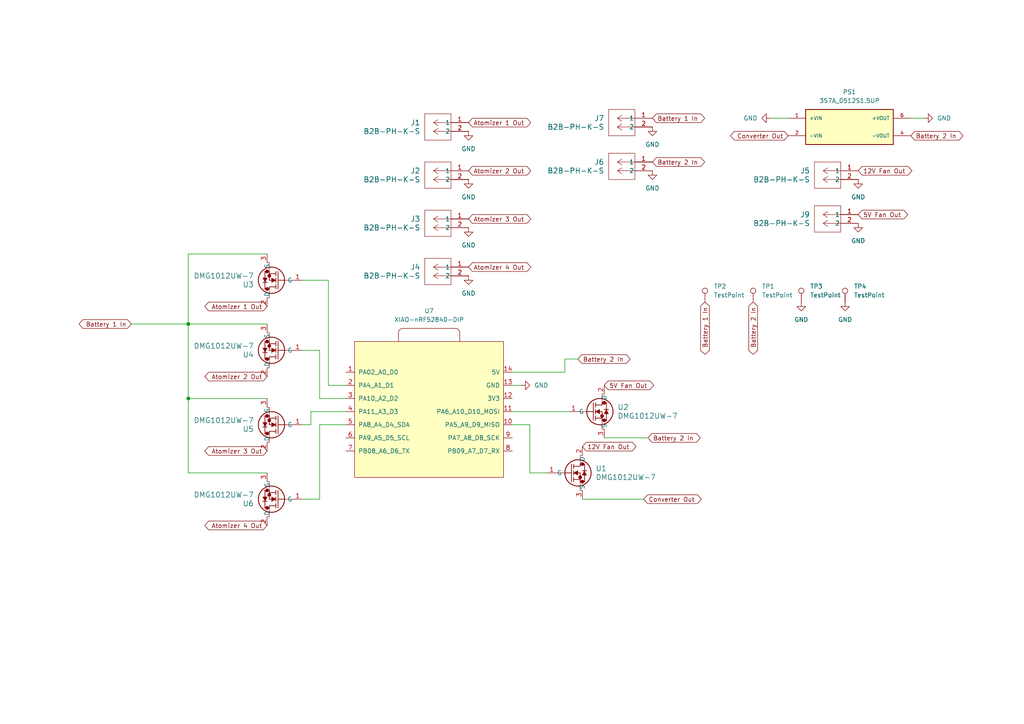
<source format=kicad_sch>
(kicad_sch (version 20250114) (generator "eeschema") (generator_version "9.0")
  (paper "A4")
  (lib_symbols
    (symbol "2025-03-25_22-14-52:DMG1012UW-7" (pin_names (offset 0.254))
      (property "Reference" "U" (at 13.97 1.905 0))
      (property "Value" "DMG1012UW-7" (at 13.97 -2.54 0))
      (symbol "DMG1012UW-7_0_1"
        (polyline (pts (xy 2.54 0) (xy 5.08 0)) (stroke (width 0.127)))
        (polyline (pts (xy 5.08 0) (xy 6.985 0)) (stroke (width 0.2032)))
        (polyline (pts (xy 6.985 -2.54) (xy 6.985 2.54)) (stroke (width 0.2032)))
        (polyline (pts (xy 7.62 1.905) (xy 9.525 1.905)) (stroke (width 0.2032)))
        (polyline (pts (xy 7.62 1.27) (xy 7.62 2.54)) (stroke (width 0.2032)))
        (polyline (pts (xy 7.62 -0.635) (xy 7.62 0.635)) (stroke (width 0.2032)))
        (polyline (pts (xy 7.62 -1.905) (xy 9.525 -1.905)) (stroke (width 0.2032)))
        (polyline (pts (xy 7.62 -2.54) (xy 7.62 -1.27)) (stroke (width 0.2032)))
        (polyline (pts (xy 8.89 0.635) (xy 7.62 0) (xy 8.89 -0.635)) (fill (type outline)))
        (polyline (pts (xy 8.89 0) (xy 9.525 0)) (stroke (width 0.2032)))
        (circle (center 8.89 0) (radius 3.81) (stroke (width 0.254)))
        (polyline (pts (xy 9.525 5.08) (xy 10.16 5.08)) (stroke (width 0.127)))
        (polyline (pts (xy 9.525 2.54) (xy 9.525 5.08)) (stroke (width 0.127)))
        (polyline (pts (xy 9.525 2.54) (xy 10.795 2.54)) (stroke (width 0.2032)))
        (polyline (pts (xy 9.525 1.905) (xy 9.525 2.54)) (stroke (width 0.2032)))
        (circle (center 9.525 -1.27) (radius 0.0254) (stroke (width 0.508)))
        (polyline (pts (xy 9.525 -2.54) (xy 9.525 0)) (stroke (width 0.2032)))
        (polyline (pts (xy 9.525 -2.54) (xy 10.795 -2.54)) (stroke (width 0.2032)))
        (polyline (pts (xy 9.525 -5.08) (xy 9.525 -2.54)) (stroke (width 0.127)))
        (circle (center 10.16 2.54) (radius 0.0254) (stroke (width 0.508)))
        (circle (center 10.16 -2.54) (radius 0.0254) (stroke (width 0.508)))
        (polyline (pts (xy 10.16 -5.08) (xy 9.525 -5.08)) (stroke (width 0.127)))
        (polyline (pts (xy 10.795 0.635) (xy 10.795 2.54)) (stroke (width 0.2032)))
        (polyline (pts (xy 10.795 -2.54) (xy 10.795 -0.635)) (stroke (width 0.2032)))
        (polyline (pts (xy 11.43 0.635) (xy 10.16 0.635)) (stroke (width 0.2032)))
        (polyline (pts (xy 11.43 -0.635) (xy 10.16 -0.635) (xy 10.795 0.635)) (fill (type outline)))
        (pin unspecified line (at 0 0 0) (length 2.54) (name "G") (number "1"))
        (pin unspecified line (at 10.16 7.62 270) (length 2.54) (name "D") (number "2"))
        (pin unspecified line (at 10.16 -7.62 90) (length 2.54) (name "S") (number "3"))
      )
    )
    (symbol "2025-04-15_22-26-33:B2B-PH-K-S" (pin_names (offset 0.254))
      (property "Reference" "J" (at 8.89 6.35 0))
      (property "Value" "B2B-PH-K-S" (at 0 0 0))
      (symbol "B2B-PH-K-S_1_1"
        (polyline (pts (xy 5.08 2.54) (xy 5.08 -5.08)) (stroke (width 0.127)))
        (polyline (pts (xy 5.08 -5.08) (xy 12.7 -5.08)) (stroke (width 0.127)))
        (polyline (pts (xy 10.16 0) (xy 5.08 0)) (stroke (width 0.127)))
        (polyline (pts (xy 10.16 0) (xy 8.89 0.8467)) (stroke (width 0.127)))
        (polyline (pts (xy 10.16 0) (xy 8.89 -0.8467)) (stroke (width 0.127)))
        (polyline (pts (xy 10.16 -2.54) (xy 5.08 -2.54)) (stroke (width 0.127)))
        (polyline (pts (xy 10.16 -2.54) (xy 8.89 -1.6933)) (stroke (width 0.127)))
        (polyline (pts (xy 10.16 -2.54) (xy 8.89 -3.3867)) (stroke (width 0.127)))
        (polyline (pts (xy 12.7 2.54) (xy 5.08 2.54)) (stroke (width 0.127)))
        (polyline (pts (xy 12.7 -5.08) (xy 12.7 2.54)) (stroke (width 0.127)))
        (pin unspecified line (at 0 0 0) (length 5.08) (name "1") (number "1"))
        (pin unspecified line (at 0 -2.54 0) (length 5.08) (name "2") (number "2"))
      )
      (symbol "B2B-PH-K-S_1_2"
        (polyline (pts (xy 5.08 2.54) (xy 5.08 -5.08)) (stroke (width 0.127)))
        (polyline (pts (xy 5.08 -5.08) (xy 12.7 -5.08)) (stroke (width 0.127)))
        (polyline (pts (xy 7.62 0) (xy 5.08 0)) (stroke (width 0.127)))
        (polyline (pts (xy 7.62 0) (xy 8.89 0.8467)) (stroke (width 0.127)))
        (polyline (pts (xy 7.62 0) (xy 8.89 -0.8467)) (stroke (width 0.127)))
        (polyline (pts (xy 7.62 -2.54) (xy 5.08 -2.54)) (stroke (width 0.127)))
        (polyline (pts (xy 7.62 -2.54) (xy 8.89 -1.6933)) (stroke (width 0.127)))
        (polyline (pts (xy 7.62 -2.54) (xy 8.89 -3.3867)) (stroke (width 0.127)))
        (polyline (pts (xy 12.7 2.54) (xy 5.08 2.54)) (stroke (width 0.127)))
        (polyline (pts (xy 12.7 -5.08) (xy 12.7 2.54)) (stroke (width 0.127)))
        (pin unspecified line (at 0 0 0) (length 5.08) (name "1") (number "1"))
        (pin unspecified line (at 0 -2.54 0) (length 5.08) (name "2") (number "2"))
      )
    )
    (symbol "3S7A_0512S1.5UP:3S7A_0512S1.5UP" (pin_names (offset 1.016))
      (property "Reference" "PS" (at -12.7 5.842 0))
      (property "Value" "3S7A_0512S1.5UP" (at -12.7 -7.62 0))
      (symbol "3S7A_0512S1.5UP_0_0"
        (rectangle (start -12.7 -5.08) (end 12.7 5.08) (stroke (width 0.254)) (fill (type background)))
        (pin input line (at -17.78 2.54 0) (length 5.08) (name "+VIN") (number "1"))
        (pin input line (at -17.78 -2.54 0) (length 5.08) (name "-VIN") (number "2"))
        (pin output line (at 17.78 2.54 180) (length 5.08) (name "+VOUT") (number "6"))
        (pin output line (at 17.78 -2.54 180) (length 5.08) (name "-VOUT") (number "4"))
      )
    )
    (symbol "Connector:TestPoint" (pin_numbers (hide yes)) (pin_names (offset 0.762) (hide yes))
      (property "Reference" "TP" (at 0 6.858 0))
      (property "Value" "TestPoint" (at 0 5.08 0))
      (symbol "TestPoint_0_1"
        (circle (center 0 3.302) (radius 0.762))
      )
      (symbol "TestPoint_1_1"
        (pin passive line (at 0 0 90) (length 2.54) (name "1") (number "1"))
      )
    )
    (symbol "MCU_SEEED_XIAO_Series:XIAO-nRF52840-DIP" (pin_names (offset 1.016))
      (property "Reference" "U" (at -21.082 21.336 0))
      (property "Value" "XIAO-nRF52840-DIP" (at -11.684 -21.082 0))
      (symbol "XIAO-nRF52840-DIP_1_1"
        (rectangle (start -21.59 20.32) (end 21.59 -19.05) (fill (type background)))
        (polyline (pts (xy -8.89 22.86) (xy -8.89 20.32)))
        (polyline (pts (xy -7.62 24.13) (xy 7.62 24.13)))
        (arc (start -8.89 22.86) (mid -8.518 23.758) (end -7.62 24.13))
        (arc (start 7.62 24.13) (mid 7.62 24.13) (end 7.62 24.13))
        (arc (start 7.62 24.13) (mid 8.518 23.758) (end 8.89 22.86))
        (polyline (pts (xy 8.89 22.86) (xy 8.89 20.32)))
        (arc (start 8.89 22.86) (mid 8.89 22.86) (end 8.89 22.86))
        (pin passive line (at -24.13 11.43 0) (length 2.54) (name "PA02_A0_D0") (number "1"))
        (pin passive line (at -24.13 7.62 0) (length 2.54) (name "PA4_A1_D1") (number "2"))
        (pin passive line (at -24.13 3.81 0) (length 2.54) (name "PA10_A2_D2") (number "3"))
        (pin passive line (at -24.13 0 0) (length 2.54) (name "PA11_A3_D3") (number "4"))
        (pin passive line (at -24.13 -3.81 0) (length 2.54) (name "PA8_A4_D4_SDA") (number "5"))
        (pin passive line (at -24.13 -7.62 0) (length 2.54) (name "PA9_A5_D5_SCL") (number "6"))
        (pin passive line (at -24.13 -11.43 0) (length 2.54) (name "PB08_A6_D6_TX") (number "7"))
        (pin passive line (at 24.13 11.43 180) (length 2.54) (name "5V") (number "14"))
        (pin passive line (at 24.13 7.62 180) (length 2.54) (name "GND") (number "13"))
        (pin passive line (at 24.13 3.81 180) (length 2.54) (name "3V3") (number "12"))
        (pin passive line (at 24.13 0 180) (length 2.54) (name "PA6_A10_D10_MOSI") (number "11"))
        (pin passive line (at 24.13 -3.81 180) (length 2.54) (name "PA5_A9_D9_MISO") (number "10"))
        (pin passive line (at 24.13 -7.62 180) (length 2.54) (name "PA7_A8_D8_SCK") (number "9"))
        (pin passive line (at 24.13 -11.43 180) (length 2.54) (name "PB09_A7_D7_RX") (number "8"))
      )
    )
    (symbol "power:GND" (power) (pin_numbers (hide yes)) (pin_names (offset 0) (hide yes))
      (property "Value" "GND" (at 0 -3.81 0))
      (symbol "GND_0_1"
        (polyline (pts (xy 0 0) (xy 0 -1.27) (xy 1.27 -1.27) (xy 0 -2.54) (xy -1.27 -1.27) (xy 0 -1.27)))
      )
      (symbol "GND_1_1"
        (pin power_in line (at 0 0 270) (length 0) (name "~") (number "1"))
      )
    )
  )
  (junction (at 54.61 93.98))
  (junction (at 54.61 115.57))
  (wire (pts (xy 87.63 101.6) (xy 92.71 101.6)))
  (wire (pts (xy 90.17 123.19) (xy 90.17 119.38)))
  (wire (pts (xy 87.63 81.28) (xy 95.25 81.28)))
  (wire (pts (xy 54.61 115.57) (xy 54.61 137.16)))
  (wire (pts (xy 90.17 119.38) (xy 100.33 119.38)))
  (wire (pts (xy 54.61 93.98) (xy 54.61 115.57)))
  (wire (pts (xy 54.61 115.57) (xy 77.47 115.57)))
  (wire (pts (xy 92.71 115.57) (xy 100.33 115.57)))
  (wire (pts (xy 95.25 81.28) (xy 95.25 111.76)))
  (wire (pts (xy 92.71 101.6) (xy 92.71 115.57)))
  (wire (pts (xy 158.75 137.16) (xy 153.67 137.16)))
  (wire (pts (xy 92.71 123.19) (xy 100.33 123.19)))
  (wire (pts (xy 87.63 123.19) (xy 90.17 123.19)))
  (wire (pts (xy 148.59 119.38) (xy 165.1 119.38)))
  (wire (pts (xy 163.83 107.95) (xy 148.59 107.95)))
  (wire (pts (xy 163.83 104.14) (xy 167.64 104.14)))
  (wire (pts (xy 87.63 144.78) (xy 92.71 144.78)))
  (wire (pts (xy 95.25 111.76) (xy 100.33 111.76)))
  (wire (pts (xy 54.61 73.66) (xy 77.47 73.66)))
  (wire (pts (xy 187.96 127) (xy 175.26 127)))
  (wire (pts (xy 92.71 144.78) (xy 92.71 123.19)))
  (wire (pts (xy 148.59 111.76) (xy 151.13 111.76)))
  (wire (pts (xy 163.83 104.14) (xy 163.83 107.95)))
  (wire (pts (xy 223.52 34.29) (xy 228.6 34.29)))
  (wire (pts (xy 38.1 93.98) (xy 54.61 93.98)))
  (wire (pts (xy 186.69 144.78) (xy 168.91 144.78)))
  (wire (pts (xy 54.61 137.16) (xy 77.47 137.16)))
  (wire (pts (xy 153.67 123.19) (xy 148.59 123.19)))
  (wire (pts (xy 267.97 34.29) (xy 264.16 34.29)))
  (wire (pts (xy 153.67 137.16) (xy 153.67 123.19)))
  (wire (pts (xy 54.61 93.98) (xy 77.47 93.98)))
  (wire (pts (xy 54.61 73.66) (xy 54.61 93.98)))
  (global_label "5V Fan Out" (shape bidirectional) (at 248.92 62.23 0) (property "Intersheetrefs" "${INTERSHEET_REFS}" (effects (hide yes))))
  (global_label "Atomizer 2 Out" (shape bidirectional) (at 77.47 109.22 180) (property "Intersheetrefs" "${INTERSHEET_REFS}" (effects (hide yes))))
  (global_label "12V Fan Out" (shape bidirectional) (at 248.92 49.53 0) (property "Intersheetrefs" "${INTERSHEET_REFS}" (effects (hide yes))))
  (global_label "Atomizer 3 Out" (shape bidirectional) (at 77.47 130.81 180) (property "Intersheetrefs" "${INTERSHEET_REFS}" (effects (hide yes))))
  (global_label "Battery 2 In" (shape bidirectional) (at 218.44 87.63 270) (property "Intersheetrefs" "${INTERSHEET_REFS}" (effects (hide yes))))
  (global_label "Atomizer 2 Out" (shape bidirectional) (at 135.89 49.53 0) (property "Intersheetrefs" "${INTERSHEET_REFS}" (effects (hide yes))))
  (global_label "Battery 2 In" (shape bidirectional) (at 187.96 127 0) (property "Intersheetrefs" "${INTERSHEET_REFS}" (effects (hide yes))))
  (global_label "Atomizer 4 Out" (shape bidirectional) (at 77.47 152.4 180) (property "Intersheetrefs" "${INTERSHEET_REFS}" (effects (hide yes))))
  (global_label "Atomizer 4 Out" (shape bidirectional) (at 135.89 77.47 0) (property "Intersheetrefs" "${INTERSHEET_REFS}" (effects (hide yes))))
  (global_label "Battery 1 In" (shape bidirectional) (at 204.47 87.63 270) (property "Intersheetrefs" "${INTERSHEET_REFS}" (effects (hide yes))))
  (global_label "Atomizer 3 Out" (shape bidirectional) (at 135.89 63.5 0) (property "Intersheetrefs" "${INTERSHEET_REFS}" (effects (hide yes))))
  (global_label "Converter Out" (shape bidirectional) (at 186.69 144.78 0) (property "Intersheetrefs" "${INTERSHEET_REFS}" (effects (hide yes))))
  (global_label "Battery 1 In" (shape bidirectional) (at 38.1 93.98 180) (property "Intersheetrefs" "${INTERSHEET_REFS}" (effects (hide yes))))
  (global_label "Battery 1 In" (shape bidirectional) (at 189.23 34.29 0) (property "Intersheetrefs" "${INTERSHEET_REFS}" (effects (hide yes))))
  (global_label "5V Fan Out" (shape bidirectional) (at 175.26 111.76 0) (property "Intersheetrefs" "${INTERSHEET_REFS}" (effects (hide yes))))
  (global_label "12V Fan Out" (shape bidirectional) (at 168.91 129.54 0) (property "Intersheetrefs" "${INTERSHEET_REFS}" (effects (hide yes))))
  (global_label "Atomizer 1 Out" (shape bidirectional) (at 77.47 88.9 180) (property "Intersheetrefs" "${INTERSHEET_REFS}" (effects (hide yes))))
  (global_label "Battery 2 In" (shape bidirectional) (at 189.23 46.99 0) (property "Intersheetrefs" "${INTERSHEET_REFS}" (effects (hide yes))))
  (global_label "Atomizer 1 Out" (shape bidirectional) (at 135.89 35.56 0) (property "Intersheetrefs" "${INTERSHEET_REFS}" (effects (hide yes))))
  (global_label "Battery 2 In" (shape bidirectional) (at 167.64 104.14 0) (property "Intersheetrefs" "${INTERSHEET_REFS}" (effects (hide yes))))
  (global_label "Converter Out" (shape bidirectional) (at 228.6 39.37 180) (property "Intersheetrefs" "${INTERSHEET_REFS}" (effects (hide yes))))
  (global_label "Battery 2 In" (shape bidirectional) (at 264.16 39.37 0) (property "Intersheetrefs" "${INTERSHEET_REFS}" (effects (hide yes))))
  (symbol (lib_id "Connector:TestPoint") (at 232.41 87.63 0) (unit 1)
    (property "Reference" "TP3" (at 234.95 83.0579 0) (effects (justify left)))
    (property "Value" "TestPoint" (at 234.95 85.5979 0) (effects (justify left)))
    (property "Footprint" "TestPoint:TestPoint_Pad_1.5x1.5mm" (effects (hide yes)))
    (property "Description" "test point" (effects (hide yes)))
  )
  (symbol (lib_id "power:GND") (at 232.41 87.63 0) (unit 1)
    (property "Reference" "#PWR013" (effects (hide yes)))
    (property "Value" "GND" (at 232.41 92.71 0))
    (property "Description" "Power symbol creates a global label with name \"GND\" , ground" (effects (hide yes)))
  )
  (symbol (lib_id "2025-03-25_22-14-52:DMG1012UW-7") (at 158.75 137.16 0) (unit 1)
    (property "Reference" "U1" (at 172.72 135.8899 0) (effects (font (size 1.524 1.524)) (justify left)))
    (property "Value" "DMG1012UW-7" (at 172.72 138.4299 0) (effects (font (size 1.524 1.524)) (justify left)))
    (property "Footprint" "footprints:SOT_12UW-7_DIO" (effects (hide yes)))
    (property "Datasheet" "DMG1012UW-7" (effects (hide yes)))
  )
  (symbol (lib_id "Connector:TestPoint") (at 204.47 87.63 0) (unit 1)
    (property "Reference" "TP2" (at 207.01 83.0579 0) (effects (justify left)))
    (property "Value" "TestPoint" (at 207.01 85.5979 0) (effects (justify left)))
    (property "Footprint" "TestPoint:TestPoint_Pad_1.5x1.5mm" (effects (hide yes)))
    (property "Description" "test point" (effects (hide yes)))
  )
  (symbol (lib_id "2025-04-15_22-26-33:B2B-PH-K-S") (at 248.92 49.53 0) (mirror y) (unit 1)
    (property "Reference" "J5" (at 234.95 49.5299 0) (effects (font (size 1.524 1.524)) (justify left)))
    (property "Value" "B2B-PH-K-S" (at 234.95 52.0699 0) (effects (font (size 1.524 1.524)) (justify left)))
    (property "Footprint" "footprints_connector:CONN2_B2B-PH-K-S_JST" (effects (hide yes)))
    (property "Datasheet" "B2B-PH-K-S" (effects (hide yes)))
  )
  (symbol (lib_id "2025-04-15_22-26-33:B2B-PH-K-S") (at 189.23 34.29 0) (mirror y) (unit 1)
    (property "Reference" "J7" (at 175.26 34.2899 0) (effects (font (size 1.524 1.524)) (justify left)))
    (property "Value" "B2B-PH-K-S" (at 175.26 36.8299 0) (effects (font (size 1.524 1.524)) (justify left)))
    (property "Footprint" "footprints_connector:CONN2_B2B-PH-K-S_JST" (effects (hide yes)))
    (property "Datasheet" "B2B-PH-K-S" (effects (hide yes)))
  )
  (symbol (lib_id "2025-04-15_22-26-33:B2B-PH-K-S") (at 135.89 63.5 0) (mirror y) (unit 1)
    (property "Reference" "J3" (at 121.92 63.4999 0) (effects (font (size 1.524 1.524)) (justify left)))
    (property "Value" "B2B-PH-K-S" (at 121.92 66.0399 0) (effects (font (size 1.524 1.524)) (justify left)))
    (property "Footprint" "footprints_connector:CONN2_B2B-PH-K-S_JST" (effects (hide yes)))
    (property "Datasheet" "B2B-PH-K-S" (effects (hide yes)))
  )
  (symbol (lib_id "2025-03-25_22-14-52:DMG1012UW-7") (at 87.63 81.28 180) (unit 1)
    (property "Reference" "U3" (at 73.66 82.5501 0) (effects (font (size 1.524 1.524)) (justify left)))
    (property "Value" "DMG1012UW-7" (at 73.66 80.0101 0) (effects (font (size 1.524 1.524)) (justify left)))
    (property "Footprint" "footprints:SOT_12UW-7_DIO" (effects (hide yes)))
    (property "Datasheet" "DMG1012UW-7" (effects (hide yes)))
  )
  (symbol (lib_id "3S7A_0512S1.5UP:3S7A_0512S1.5UP") (at 246.38 36.83 0) (unit 1)
    (property "Reference" "PS1" (at 246.38 26.67 0))
    (property "Value" "3S7A_0512S1.5UP" (at 246.38 29.21 0))
    (property "Footprint" "Custom:CONV_3S7A_0512S1.5UP" (effects (hide yes)))
    (property "PARTREV" "2023-1.2" (effects (hide yes)))
    (property "MANUFACTURER" "Gaptec" (effects (hide yes)))
    (property "MAXIMUM_PACKAGE_HEIGHT" "10.25mm" (effects (hide yes)))
    (property "STANDARD" "IPC-7351B" (effects (hide yes)))
  )
  (symbol (lib_id "power:GND") (at 248.92 64.77 0) (unit 1)
    (property "Reference" "#PWR010" (effects (hide yes)))
    (property "Value" "GND" (at 248.92 69.85 0))
    (property "Description" "Power symbol creates a global label with name \"GND\" , ground" (effects (hide yes)))
  )
  (symbol (lib_id "2025-04-15_22-26-33:B2B-PH-K-S") (at 135.89 35.56 0) (mirror y) (unit 1)
    (property "Reference" "J1" (at 121.92 35.5599 0) (effects (font (size 1.524 1.524)) (justify left)))
    (property "Value" "B2B-PH-K-S" (at 121.92 38.0999 0) (effects (font (size 1.524 1.524)) (justify left)))
    (property "Footprint" "footprints_connector:CONN2_B2B-PH-K-S_JST" (effects (hide yes)))
    (property "Datasheet" "B2B-PH-K-S" (effects (hide yes)))
  )
  (symbol (lib_id "power:GND") (at 135.89 38.1 0) (unit 1)
    (property "Reference" "#PWR02" (effects (hide yes)))
    (property "Value" "GND" (at 135.89 43.18 0))
    (property "Description" "Power symbol creates a global label with name \"GND\" , ground" (effects (hide yes)))
  )
  (symbol (lib_id "power:GND") (at 189.23 49.53 0) (unit 1)
    (property "Reference" "#PWR07" (effects (hide yes)))
    (property "Value" "GND" (at 189.23 54.61 0))
    (property "Description" "Power symbol creates a global label with name \"GND\" , ground" (effects (hide yes)))
  )
  (symbol (lib_id "power:GND") (at 189.23 36.83 0) (unit 1)
    (property "Reference" "#PWR08" (effects (hide yes)))
    (property "Value" "GND" (at 189.23 41.91 0))
    (property "Description" "Power symbol creates a global label with name \"GND\" , ground" (effects (hide yes)))
  )
  (symbol (lib_id "power:GND") (at 135.89 66.04 0) (unit 1)
    (property "Reference" "#PWR04" (effects (hide yes)))
    (property "Value" "GND" (at 135.89 71.12 0))
    (property "Description" "Power symbol creates a global label with name \"GND\" , ground" (effects (hide yes)))
  )
  (symbol (lib_id "power:GND") (at 267.97 34.29 90) (unit 1)
    (property "Reference" "#PWR011" (effects (hide yes)))
    (property "Value" "GND" (at 271.78 34.2899 90) (effects (justify right)))
    (property "Description" "Power symbol creates a global label with name \"GND\" , ground" (effects (hide yes)))
  )
  (symbol (lib_id "power:GND") (at 223.52 34.29 270) (unit 1)
    (property "Reference" "#PWR012" (effects (hide yes)))
    (property "Value" "GND" (at 219.71 34.2899 90) (effects (justify right)))
    (property "Description" "Power symbol creates a global label with name \"GND\" , ground" (effects (hide yes)))
  )
  (symbol (lib_id "Connector:TestPoint") (at 218.44 87.63 0) (unit 1)
    (property "Reference" "TP1" (at 220.98 83.0579 0) (effects (justify left)))
    (property "Value" "TestPoint" (at 220.98 85.5979 0) (effects (justify left)))
    (property "Footprint" "TestPoint:TestPoint_Pad_1.5x1.5mm" (effects (hide yes)))
    (property "Description" "test point" (effects (hide yes)))
  )
  (symbol (lib_id "2025-04-15_22-26-33:B2B-PH-K-S") (at 135.89 49.53 0) (mirror y) (unit 1)
    (property "Reference" "J2" (at 121.92 49.5299 0) (effects (font (size 1.524 1.524)) (justify left)))
    (property "Value" "B2B-PH-K-S" (at 121.92 52.0699 0) (effects (font (size 1.524 1.524)) (justify left)))
    (property "Footprint" "footprints_connector:CONN2_B2B-PH-K-S_JST" (effects (hide yes)))
    (property "Datasheet" "B2B-PH-K-S" (effects (hide yes)))
  )
  (symbol (lib_id "power:GND") (at 248.92 52.07 0) (unit 1)
    (property "Reference" "#PWR06" (effects (hide yes)))
    (property "Value" "GND" (at 248.92 57.15 0))
    (property "Description" "Power symbol creates a global label with name \"GND\" , ground" (effects (hide yes)))
  )
  (symbol (lib_id "power:GND") (at 135.89 80.01 0) (unit 1)
    (property "Reference" "#PWR05" (effects (hide yes)))
    (property "Value" "GND" (at 135.89 85.09 0))
    (property "Description" "Power symbol creates a global label with name \"GND\" , ground" (effects (hide yes)))
  )
  (symbol (lib_id "2025-04-15_22-26-33:B2B-PH-K-S") (at 189.23 46.99 0) (mirror y) (unit 1)
    (property "Reference" "J6" (at 175.26 46.9899 0) (effects (font (size 1.524 1.524)) (justify left)))
    (property "Value" "B2B-PH-K-S" (at 175.26 49.5299 0) (effects (font (size 1.524 1.524)) (justify left)))
    (property "Footprint" "footprints_connector:CONN2_B2B-PH-K-S_JST" (effects (hide yes)))
    (property "Datasheet" "B2B-PH-K-S" (effects (hide yes)))
  )
  (symbol (lib_id "2025-03-25_22-14-52:DMG1012UW-7") (at 165.1 119.38 0) (unit 1)
    (property "Reference" "U2" (at 179.07 118.1099 0) (effects (font (size 1.524 1.524)) (justify left)))
    (property "Value" "DMG1012UW-7" (at 179.07 120.6499 0) (effects (font (size 1.524 1.524)) (justify left)))
    (property "Footprint" "footprints:SOT_12UW-7_DIO" (effects (hide yes)))
    (property "Datasheet" "DMG1012UW-7" (effects (hide yes)))
  )
  (symbol (lib_id "2025-04-15_22-26-33:B2B-PH-K-S") (at 135.89 77.47 0) (mirror y) (unit 1)
    (property "Reference" "J4" (at 121.92 77.4699 0) (effects (font (size 1.524 1.524)) (justify left)))
    (property "Value" "B2B-PH-K-S" (at 121.92 80.0099 0) (effects (font (size 1.524 1.524)) (justify left)))
    (property "Footprint" "footprints_connector:CONN2_B2B-PH-K-S_JST" (effects (hide yes)))
    (property "Datasheet" "B2B-PH-K-S" (effects (hide yes)))
  )
  (symbol (lib_id "2025-03-25_22-14-52:DMG1012UW-7") (at 87.63 101.6 180) (unit 1)
    (property "Reference" "U4" (at 73.66 102.8701 0) (effects (font (size 1.524 1.524)) (justify left)))
    (property "Value" "DMG1012UW-7" (at 73.66 100.3301 0) (effects (font (size 1.524 1.524)) (justify left)))
    (property "Footprint" "footprints:SOT_12UW-7_DIO" (effects (hide yes)))
    (property "Datasheet" "DMG1012UW-7" (effects (hide yes)))
  )
  (symbol (lib_id "MCU_SEEED_XIAO_Series:XIAO-nRF52840-DIP") (at 124.46 119.38 0) (unit 1)
    (property "Reference" "U7" (at 124.46 90.17 0))
    (property "Value" "XIAO-nRF52840-DIP" (at 124.46 92.71 0))
    (property "Footprint" "SeeedStudio_XIAO_nRF52840_v1.1_KiCAD:XIAO-nRF52840-DIP" (effects (hide yes)))
  )
  (symbol (lib_id "Connector:TestPoint") (at 245.11 87.63 0) (unit 1)
    (property "Reference" "TP4" (at 247.65 83.0579 0) (effects (justify left)))
    (property "Value" "TestPoint" (at 247.65 85.5979 0) (effects (justify left)))
    (property "Footprint" "TestPoint:TestPoint_Pad_1.5x1.5mm" (effects (hide yes)))
    (property "Description" "test point" (effects (hide yes)))
  )
  (symbol (lib_id "power:GND") (at 151.13 111.76 90) (unit 1)
    (property "Reference" "#PWR01" (effects (hide yes)))
    (property "Value" "GND" (at 154.94 111.7599 90) (effects (justify right)))
    (property "Description" "Power symbol creates a global label with name \"GND\" , ground" (effects (hide yes)))
  )
  (symbol (lib_id "2025-03-25_22-14-52:DMG1012UW-7") (at 87.63 144.78 180) (unit 1)
    (property "Reference" "U6" (at 73.66 146.0501 0) (effects (font (size 1.524 1.524)) (justify left)))
    (property "Value" "DMG1012UW-7" (at 73.66 143.5101 0) (effects (font (size 1.524 1.524)) (justify left)))
    (property "Footprint" "footprints:SOT_12UW-7_DIO" (effects (hide yes)))
    (property "Datasheet" "DMG1012UW-7" (effects (hide yes)))
  )
  (symbol (lib_id "2025-03-25_22-14-52:DMG1012UW-7") (at 87.63 123.19 180) (unit 1)
    (property "Reference" "U5" (at 73.66 124.4601 0) (effects (font (size 1.524 1.524)) (justify left)))
    (property "Value" "DMG1012UW-7" (at 73.66 121.9201 0) (effects (font (size 1.524 1.524)) (justify left)))
    (property "Footprint" "footprints:SOT_12UW-7_DIO" (effects (hide yes)))
    (property "Datasheet" "DMG1012UW-7" (effects (hide yes)))
  )
  (symbol (lib_id "power:GND") (at 245.11 87.63 0) (unit 1)
    (property "Reference" "#PWR014" (effects (hide yes)))
    (property "Value" "GND" (at 245.11 92.71 0))
    (property "Description" "Power symbol creates a global label with name \"GND\" , ground" (effects (hide yes)))
  )
  (symbol (lib_id "power:GND") (at 135.89 52.07 0) (unit 1)
    (property "Reference" "#PWR03" (effects (hide yes)))
    (property "Value" "GND" (at 135.89 57.15 0))
    (property "Description" "Power symbol creates a global label with name \"GND\" , ground" (effects (hide yes)))
  )
  (symbol (lib_id "2025-04-15_22-26-33:B2B-PH-K-S") (at 248.92 62.23 0) (mirror y) (unit 1)
    (property "Reference" "J9" (at 234.95 62.2299 0) (effects (font (size 1.524 1.524)) (justify left)))
    (property "Value" "B2B-PH-K-S" (at 234.95 64.7699 0) (effects (font (size 1.524 1.524)) (justify left)))
    (property "Footprint" "footprints_connector:CONN2_B2B-PH-K-S_JST" (effects (hide yes)))
    (property "Datasheet" "B2B-PH-K-S" (effects (hide yes)))
  )
)
</source>
